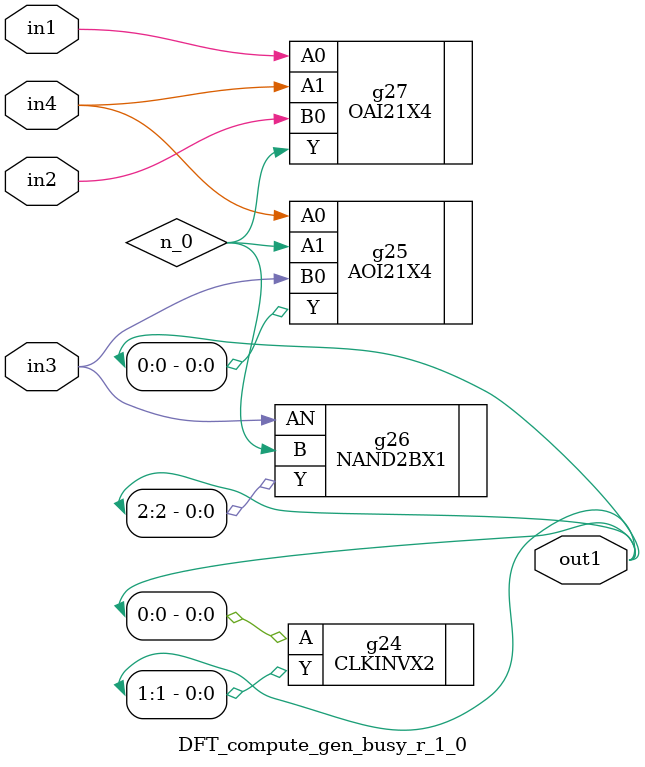
<source format=v>
`timescale 1ps / 1ps


module DFT_compute_gen_busy_r_1_0(in1, in2, in3, in4, out1);
  input in1, in2, in3, in4;
  output [2:0] out1;
  wire in1, in2, in3, in4;
  wire [2:0] out1;
  wire n_0;
  CLKINVX2 g24(.A (out1[0]), .Y (out1[1]));
  AOI21X4 g25(.A0 (in4), .A1 (n_0), .B0 (in3), .Y (out1[0]));
  NAND2BX1 g26(.AN (in3), .B (n_0), .Y (out1[2]));
  OAI21X4 g27(.A0 (in1), .A1 (in4), .B0 (in2), .Y (n_0));
endmodule



</source>
